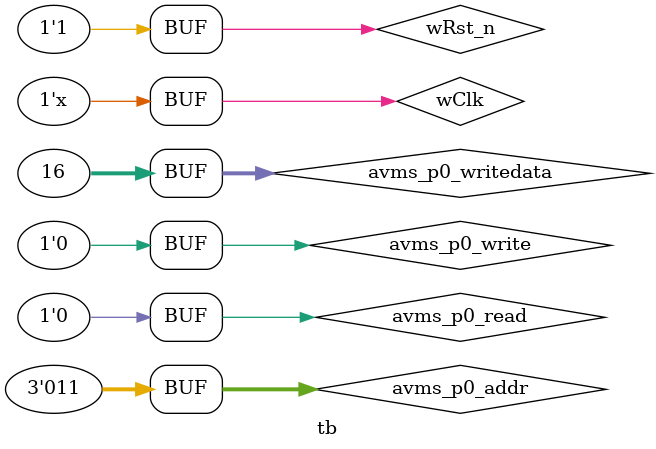
<source format=sv>


`timescale 1ps/1ps
`include "../../hdl/Structs.svh"

module tb;

   // setting ip clk to 125MHz
   localparam  CLK_HALF_PERIOD          	= 4;
   localparam  CLK_PERIOD               	= (CLK_HALF_PERIOD * 2);   

	// =============================================================================
	// TEST REGISTER - WIRE 
	// =============================================================================
	// register - wire definition
	reg                                    wClk;
   reg                                    wRst_n;
   reg [2:0]                              avms_p0_addr; 
   reg [31:0]                             avms_p0_writedata; 
   reg [31:0]                             avms_p0_readdata;  
   reg                                    avms_p0_read; 
   reg                                    avms_p0_write; 
   reg [2:0]                              avms_p1_addr; 
   reg [31:0]                             avms_p1_writedata; 
   reg [31:0]                             avms_p1_readdata;  
   reg                                    avms_p1_read; 
   reg                                    avms_p1_write; 

   //-----------------------------------------------------------------------------------------------------------//

   // generate the clocks & reset	
   // clock for xtrig IP
   always 
   begin
		#(CLK_HALF_PERIOD) wClk = ~wClk;
	end 

	initial 
   	begin
			wClk						= 1'b0;
			wRst_n					= 1'b1;

      	// assert reset
		   #(10 * CLK_PERIOD)  	
			   wRst_n 						= 'd0;
      	// deassert reset 
		   #(50 * CLK_PERIOD)  	
			   wRst_n 						= 'd1;

         #(100 * CLK_PERIOD)
            avms_p0_addr            = 'd3;
            avms_p0_write           = 'd1;
            avms_p0_writedata       = 'd16; 

         #(101 * CLK_PERIOD)
            avms_p0_write           = 'd0;

         #(105 * CLK_PERIOD)
            avms_p0_addr            = 'd3;
            avms_p0_read            = 'd1;

         #(106 * CLK_PERIOD)
            avms_p0_read            = 'd0;
      end
   
   csr_regmap_dualports_avms #(
      .DATA_WIDTH(32),
      .ADDR_WIDTH(3)
   )
   Dut(
      // avalon slave port 0
      .avms_clk_0          (wClk),
	   .avms_reset_n_0      (wRst_n),
	   .avms_addr_0         (avms_p0_addr),
	   .avms_byteenable_0   (),
	   .avms_read_0         (avms_p0_read),
	   .avms_write_0        (avms_p0_write),
	   .avms_writedata_0    (avms_p0_writedata),
	   .avms_readdata_0     (avms_p0_readdata),
	
	   // avalon slave port 1 
	   .avms_clk_1          (wClk),
	   .avms_reset_n_1      (wRst_n),
	   .avms_addr_1         (avms_p1_addr),
	   .avms_byteenable_1   (),
	   .avms_read_1         (avms_p1_read),
	   .avms_write_1        (avms_p1_write),
	   .avms_writedata_1    (avms_p1_writedata),
	   .avms_readdata_1     (avms_p1_readdata)
   );




endmodule
</source>
